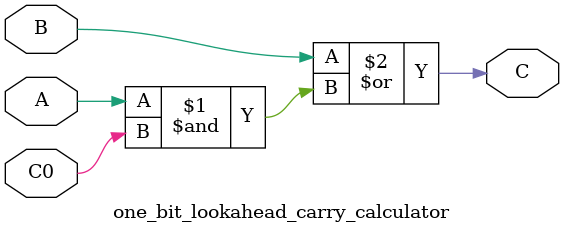
<source format=v>
`timescale 1ns / 1ps
module one_bit_lookahead_carry_calculator(A, B, C0, C);

input A; // this will be the carry PROPAGATOR ....
input B;  // this will be the carry GENERATOR..
input C0; // this is the carry of the previous step ....
output C; // this is the or of genertor , & and of C0 and propagator ...

assign C = (B | (A&C0)) ;

endmodule

</source>
